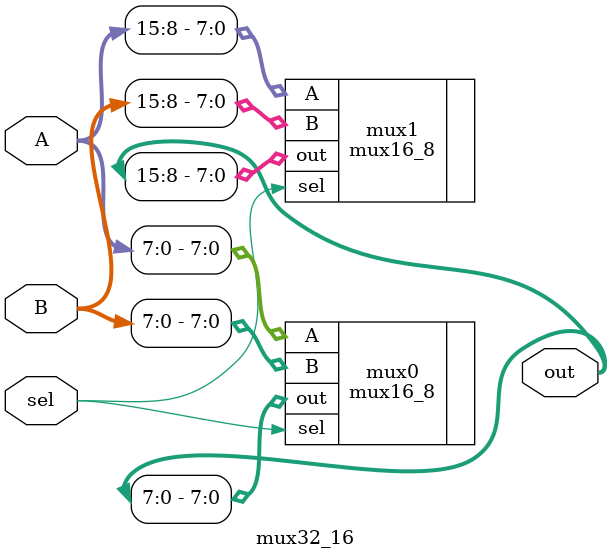
<source format=v>
module mux32_16 (A, B, sel, out);

    input [15:0] A;
    input [15:0] B;
    input sel;
    
    output [15:0] out;
    
    mux16_8 mux0 (.A(A[7:0]), .B(B[7:0]), .sel(sel), .out(out[7:0]));
    mux16_8 mux1 (.A(A[15:8]), .B(B[15:8]), .sel(sel), .out(out[15:8]));
    
endmodule

</source>
